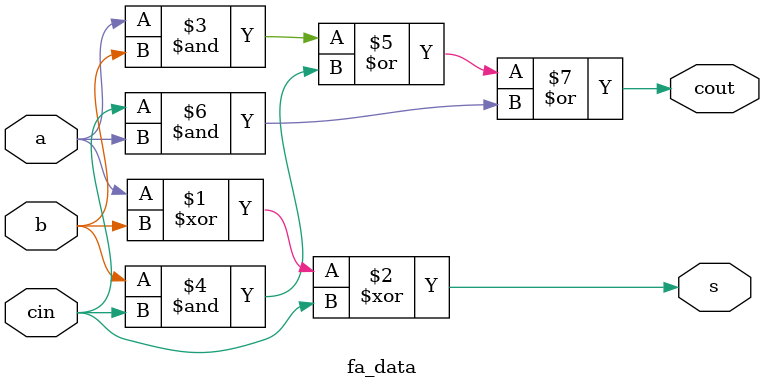
<source format=v>
`timescale 1ns / 1ps


module fa_data(
    input a,b,cin,
    output s,cout
    );
    assign s=a^b^cin;
    assign cout=(a&b)|(b&cin)|(cin&a);
endmodule

</source>
